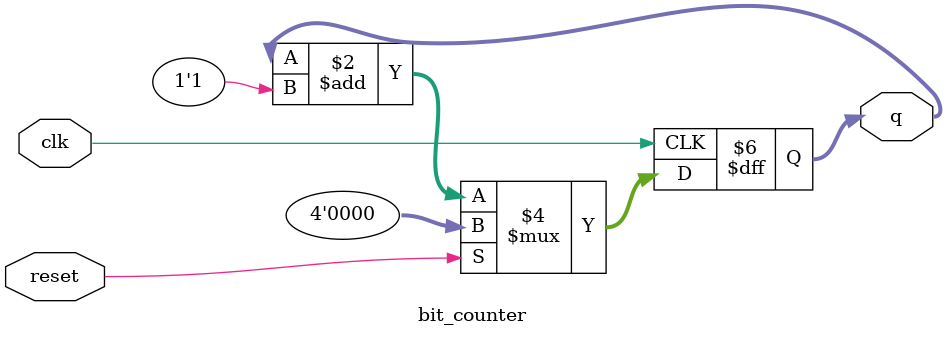
<source format=v>
module bit_counter (
    input clk,
    input reset,      // Synchronous active-high reset
    output reg [3:0] q);
    always@(posedge clk)begin
        if(reset)
            q<=0;
        else
            q<=q+1'b1;
    end
endmodule

</source>
